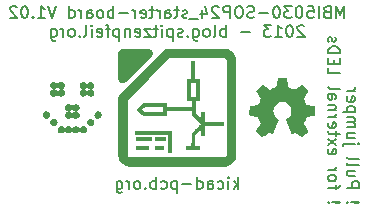
<source format=gbo>
G04 (created by PCBNEW (2013-02-09 BZR 3938)-testing) date Sat 09 Feb 2013 10:45:36 PM CET*
%MOIN*%
G04 Gerber Fmt 3.4, Leading zero omitted, Abs format*
%FSLAX34Y34*%
G01*
G70*
G90*
G04 APERTURE LIST*
%ADD10C,2.3622e-06*%
%ADD11C,0.00787402*%
%ADD12C,0.0001*%
%ADD13R,0.0649606X0.0649606*%
%ADD14C,0.0649606*%
G04 APERTURE END LIST*
G54D10*
G54D11*
X66689Y-48154D02*
X66670Y-48135D01*
X66651Y-48154D01*
X66670Y-48173D01*
X66689Y-48154D01*
X66651Y-48154D01*
X66801Y-48154D02*
X67026Y-48173D01*
X67045Y-48154D01*
X67026Y-48135D01*
X66801Y-48154D01*
X67045Y-48154D01*
X66651Y-47666D02*
X67045Y-47666D01*
X67045Y-47516D01*
X67026Y-47479D01*
X67007Y-47460D01*
X66970Y-47441D01*
X66914Y-47441D01*
X66876Y-47460D01*
X66857Y-47479D01*
X66839Y-47516D01*
X66839Y-47666D01*
X66914Y-47104D02*
X66651Y-47104D01*
X66914Y-47273D02*
X66707Y-47273D01*
X66670Y-47254D01*
X66651Y-47216D01*
X66651Y-47160D01*
X66670Y-47123D01*
X66689Y-47104D01*
X66651Y-46860D02*
X66670Y-46898D01*
X66707Y-46916D01*
X67045Y-46916D01*
X66651Y-46654D02*
X66670Y-46691D01*
X66707Y-46710D01*
X67045Y-46710D01*
X66914Y-46204D02*
X66576Y-46204D01*
X66539Y-46223D01*
X66520Y-46260D01*
X66520Y-46279D01*
X67045Y-46204D02*
X67026Y-46223D01*
X67007Y-46204D01*
X67026Y-46185D01*
X67045Y-46204D01*
X67007Y-46204D01*
X66914Y-45848D02*
X66651Y-45848D01*
X66914Y-46017D02*
X66707Y-46017D01*
X66670Y-45998D01*
X66651Y-45960D01*
X66651Y-45904D01*
X66670Y-45867D01*
X66689Y-45848D01*
X66651Y-45660D02*
X66914Y-45660D01*
X66876Y-45660D02*
X66895Y-45642D01*
X66914Y-45604D01*
X66914Y-45548D01*
X66895Y-45510D01*
X66857Y-45492D01*
X66651Y-45492D01*
X66857Y-45492D02*
X66895Y-45473D01*
X66914Y-45435D01*
X66914Y-45379D01*
X66895Y-45342D01*
X66857Y-45323D01*
X66651Y-45323D01*
X66914Y-45135D02*
X66520Y-45135D01*
X66895Y-45135D02*
X66914Y-45098D01*
X66914Y-45023D01*
X66895Y-44985D01*
X66876Y-44967D01*
X66839Y-44948D01*
X66726Y-44948D01*
X66689Y-44967D01*
X66670Y-44985D01*
X66651Y-45023D01*
X66651Y-45098D01*
X66670Y-45135D01*
X66670Y-44629D02*
X66651Y-44667D01*
X66651Y-44742D01*
X66670Y-44779D01*
X66707Y-44798D01*
X66857Y-44798D01*
X66895Y-44779D01*
X66914Y-44742D01*
X66914Y-44667D01*
X66895Y-44629D01*
X66857Y-44610D01*
X66820Y-44610D01*
X66782Y-44798D01*
X66651Y-44442D02*
X66914Y-44442D01*
X66839Y-44442D02*
X66876Y-44423D01*
X66895Y-44404D01*
X66914Y-44367D01*
X66914Y-44329D01*
X66059Y-48154D02*
X66040Y-48135D01*
X66021Y-48154D01*
X66040Y-48173D01*
X66059Y-48154D01*
X66021Y-48154D01*
X66171Y-48154D02*
X66396Y-48173D01*
X66415Y-48154D01*
X66396Y-48135D01*
X66171Y-48154D01*
X66415Y-48154D01*
X66284Y-47723D02*
X66284Y-47573D01*
X66021Y-47666D02*
X66359Y-47666D01*
X66396Y-47648D01*
X66415Y-47610D01*
X66415Y-47573D01*
X66021Y-47385D02*
X66040Y-47423D01*
X66059Y-47441D01*
X66096Y-47460D01*
X66209Y-47460D01*
X66246Y-47441D01*
X66265Y-47423D01*
X66284Y-47385D01*
X66284Y-47329D01*
X66265Y-47291D01*
X66246Y-47273D01*
X66209Y-47254D01*
X66096Y-47254D01*
X66059Y-47273D01*
X66040Y-47291D01*
X66021Y-47329D01*
X66021Y-47385D01*
X66021Y-47085D02*
X66284Y-47085D01*
X66209Y-47085D02*
X66246Y-47066D01*
X66265Y-47048D01*
X66284Y-47010D01*
X66284Y-46973D01*
X66040Y-46392D02*
X66021Y-46429D01*
X66021Y-46504D01*
X66040Y-46541D01*
X66077Y-46560D01*
X66227Y-46560D01*
X66265Y-46541D01*
X66284Y-46504D01*
X66284Y-46429D01*
X66265Y-46392D01*
X66227Y-46373D01*
X66190Y-46373D01*
X66152Y-46560D01*
X66021Y-46242D02*
X66284Y-46035D01*
X66284Y-46242D02*
X66021Y-46035D01*
X66284Y-45942D02*
X66284Y-45792D01*
X66415Y-45885D02*
X66077Y-45885D01*
X66040Y-45867D01*
X66021Y-45829D01*
X66021Y-45792D01*
X66040Y-45510D02*
X66021Y-45548D01*
X66021Y-45623D01*
X66040Y-45660D01*
X66077Y-45679D01*
X66227Y-45679D01*
X66265Y-45660D01*
X66284Y-45623D01*
X66284Y-45548D01*
X66265Y-45510D01*
X66227Y-45492D01*
X66190Y-45492D01*
X66152Y-45679D01*
X66021Y-45323D02*
X66284Y-45323D01*
X66209Y-45323D02*
X66246Y-45304D01*
X66265Y-45285D01*
X66284Y-45248D01*
X66284Y-45210D01*
X66284Y-45079D02*
X66021Y-45079D01*
X66246Y-45079D02*
X66265Y-45060D01*
X66284Y-45023D01*
X66284Y-44967D01*
X66265Y-44929D01*
X66227Y-44910D01*
X66021Y-44910D01*
X66021Y-44554D02*
X66227Y-44554D01*
X66265Y-44573D01*
X66284Y-44610D01*
X66284Y-44685D01*
X66265Y-44723D01*
X66040Y-44554D02*
X66021Y-44592D01*
X66021Y-44685D01*
X66040Y-44723D01*
X66077Y-44742D01*
X66115Y-44742D01*
X66152Y-44723D01*
X66171Y-44685D01*
X66171Y-44592D01*
X66190Y-44554D01*
X66021Y-44311D02*
X66040Y-44348D01*
X66077Y-44367D01*
X66415Y-44367D01*
X66021Y-43673D02*
X66021Y-43861D01*
X66415Y-43861D01*
X66227Y-43542D02*
X66227Y-43411D01*
X66021Y-43354D02*
X66021Y-43542D01*
X66415Y-43542D01*
X66415Y-43354D01*
X66021Y-43186D02*
X66415Y-43186D01*
X66415Y-43092D01*
X66396Y-43036D01*
X66359Y-42998D01*
X66321Y-42979D01*
X66246Y-42961D01*
X66190Y-42961D01*
X66115Y-42979D01*
X66077Y-42998D01*
X66040Y-43036D01*
X66021Y-43092D01*
X66021Y-43186D01*
X66040Y-42811D02*
X66021Y-42773D01*
X66021Y-42698D01*
X66040Y-42661D01*
X66077Y-42642D01*
X66096Y-42642D01*
X66134Y-42661D01*
X66152Y-42698D01*
X66152Y-42754D01*
X66171Y-42792D01*
X66209Y-42811D01*
X66227Y-42811D01*
X66265Y-42792D01*
X66284Y-42754D01*
X66284Y-42698D01*
X66265Y-42661D01*
X63024Y-47709D02*
X63024Y-47315D01*
X62987Y-47559D02*
X62874Y-47709D01*
X62874Y-47446D02*
X63024Y-47596D01*
X62706Y-47709D02*
X62706Y-47446D01*
X62706Y-47315D02*
X62724Y-47334D01*
X62706Y-47353D01*
X62687Y-47334D01*
X62706Y-47315D01*
X62706Y-47353D01*
X62349Y-47690D02*
X62387Y-47709D01*
X62462Y-47709D01*
X62499Y-47690D01*
X62518Y-47671D01*
X62537Y-47634D01*
X62537Y-47521D01*
X62518Y-47484D01*
X62499Y-47465D01*
X62462Y-47446D01*
X62387Y-47446D01*
X62349Y-47465D01*
X62012Y-47709D02*
X62012Y-47503D01*
X62031Y-47465D01*
X62068Y-47446D01*
X62143Y-47446D01*
X62181Y-47465D01*
X62012Y-47690D02*
X62049Y-47709D01*
X62143Y-47709D01*
X62181Y-47690D01*
X62199Y-47653D01*
X62199Y-47615D01*
X62181Y-47578D01*
X62143Y-47559D01*
X62049Y-47559D01*
X62012Y-47540D01*
X61656Y-47709D02*
X61656Y-47315D01*
X61656Y-47690D02*
X61693Y-47709D01*
X61768Y-47709D01*
X61806Y-47690D01*
X61824Y-47671D01*
X61843Y-47634D01*
X61843Y-47521D01*
X61824Y-47484D01*
X61806Y-47465D01*
X61768Y-47446D01*
X61693Y-47446D01*
X61656Y-47465D01*
X61468Y-47559D02*
X61168Y-47559D01*
X60981Y-47446D02*
X60981Y-47840D01*
X60981Y-47465D02*
X60943Y-47446D01*
X60868Y-47446D01*
X60831Y-47465D01*
X60812Y-47484D01*
X60793Y-47521D01*
X60793Y-47634D01*
X60812Y-47671D01*
X60831Y-47690D01*
X60868Y-47709D01*
X60943Y-47709D01*
X60981Y-47690D01*
X60456Y-47690D02*
X60493Y-47709D01*
X60568Y-47709D01*
X60606Y-47690D01*
X60625Y-47671D01*
X60643Y-47634D01*
X60643Y-47521D01*
X60625Y-47484D01*
X60606Y-47465D01*
X60568Y-47446D01*
X60493Y-47446D01*
X60456Y-47465D01*
X60287Y-47709D02*
X60287Y-47315D01*
X60287Y-47465D02*
X60250Y-47446D01*
X60175Y-47446D01*
X60137Y-47465D01*
X60118Y-47484D01*
X60100Y-47521D01*
X60100Y-47634D01*
X60118Y-47671D01*
X60137Y-47690D01*
X60175Y-47709D01*
X60250Y-47709D01*
X60287Y-47690D01*
X59931Y-47671D02*
X59912Y-47690D01*
X59931Y-47709D01*
X59950Y-47690D01*
X59931Y-47671D01*
X59931Y-47709D01*
X59687Y-47709D02*
X59725Y-47690D01*
X59743Y-47671D01*
X59762Y-47634D01*
X59762Y-47521D01*
X59743Y-47484D01*
X59725Y-47465D01*
X59687Y-47446D01*
X59631Y-47446D01*
X59593Y-47465D01*
X59575Y-47484D01*
X59556Y-47521D01*
X59556Y-47634D01*
X59575Y-47671D01*
X59593Y-47690D01*
X59631Y-47709D01*
X59687Y-47709D01*
X59387Y-47709D02*
X59387Y-47446D01*
X59387Y-47521D02*
X59368Y-47484D01*
X59350Y-47465D01*
X59312Y-47446D01*
X59275Y-47446D01*
X58975Y-47446D02*
X58975Y-47765D01*
X58994Y-47803D01*
X59012Y-47821D01*
X59050Y-47840D01*
X59106Y-47840D01*
X59143Y-47821D01*
X58975Y-47690D02*
X59012Y-47709D01*
X59087Y-47709D01*
X59125Y-47690D01*
X59143Y-47671D01*
X59162Y-47634D01*
X59162Y-47521D01*
X59143Y-47484D01*
X59125Y-47465D01*
X59087Y-47446D01*
X59012Y-47446D01*
X58975Y-47465D01*
X66558Y-42009D02*
X66558Y-41615D01*
X66427Y-41896D01*
X66296Y-41615D01*
X66296Y-42009D01*
X65977Y-41803D02*
X65921Y-41821D01*
X65902Y-41840D01*
X65883Y-41878D01*
X65883Y-41934D01*
X65902Y-41971D01*
X65921Y-41990D01*
X65958Y-42009D01*
X66108Y-42009D01*
X66108Y-41615D01*
X65977Y-41615D01*
X65940Y-41634D01*
X65921Y-41653D01*
X65902Y-41690D01*
X65902Y-41728D01*
X65921Y-41765D01*
X65940Y-41784D01*
X65977Y-41803D01*
X66108Y-41803D01*
X65715Y-42009D02*
X65715Y-41615D01*
X65340Y-41615D02*
X65527Y-41615D01*
X65546Y-41803D01*
X65527Y-41784D01*
X65490Y-41765D01*
X65396Y-41765D01*
X65358Y-41784D01*
X65340Y-41803D01*
X65321Y-41840D01*
X65321Y-41934D01*
X65340Y-41971D01*
X65358Y-41990D01*
X65396Y-42009D01*
X65490Y-42009D01*
X65527Y-41990D01*
X65546Y-41971D01*
X65077Y-41615D02*
X65040Y-41615D01*
X65002Y-41634D01*
X64983Y-41653D01*
X64965Y-41690D01*
X64946Y-41765D01*
X64946Y-41859D01*
X64965Y-41934D01*
X64983Y-41971D01*
X65002Y-41990D01*
X65040Y-42009D01*
X65077Y-42009D01*
X65115Y-41990D01*
X65133Y-41971D01*
X65152Y-41934D01*
X65171Y-41859D01*
X65171Y-41765D01*
X65152Y-41690D01*
X65133Y-41653D01*
X65115Y-41634D01*
X65077Y-41615D01*
X64815Y-41615D02*
X64571Y-41615D01*
X64702Y-41765D01*
X64646Y-41765D01*
X64608Y-41784D01*
X64590Y-41803D01*
X64571Y-41840D01*
X64571Y-41934D01*
X64590Y-41971D01*
X64608Y-41990D01*
X64646Y-42009D01*
X64758Y-42009D01*
X64796Y-41990D01*
X64815Y-41971D01*
X64327Y-41615D02*
X64290Y-41615D01*
X64252Y-41634D01*
X64233Y-41653D01*
X64215Y-41690D01*
X64196Y-41765D01*
X64196Y-41859D01*
X64215Y-41934D01*
X64233Y-41971D01*
X64252Y-41990D01*
X64290Y-42009D01*
X64327Y-42009D01*
X64365Y-41990D01*
X64383Y-41971D01*
X64402Y-41934D01*
X64421Y-41859D01*
X64421Y-41765D01*
X64402Y-41690D01*
X64383Y-41653D01*
X64365Y-41634D01*
X64327Y-41615D01*
X64027Y-41859D02*
X63727Y-41859D01*
X63559Y-41990D02*
X63502Y-42009D01*
X63409Y-42009D01*
X63371Y-41990D01*
X63352Y-41971D01*
X63334Y-41934D01*
X63334Y-41896D01*
X63352Y-41859D01*
X63371Y-41840D01*
X63409Y-41821D01*
X63484Y-41803D01*
X63521Y-41784D01*
X63540Y-41765D01*
X63559Y-41728D01*
X63559Y-41690D01*
X63540Y-41653D01*
X63521Y-41634D01*
X63484Y-41615D01*
X63390Y-41615D01*
X63334Y-41634D01*
X63090Y-41615D02*
X63015Y-41615D01*
X62977Y-41634D01*
X62940Y-41671D01*
X62921Y-41746D01*
X62921Y-41878D01*
X62940Y-41953D01*
X62977Y-41990D01*
X63015Y-42009D01*
X63090Y-42009D01*
X63127Y-41990D01*
X63165Y-41953D01*
X63184Y-41878D01*
X63184Y-41746D01*
X63165Y-41671D01*
X63127Y-41634D01*
X63090Y-41615D01*
X62752Y-42009D02*
X62752Y-41615D01*
X62602Y-41615D01*
X62565Y-41634D01*
X62546Y-41653D01*
X62527Y-41690D01*
X62527Y-41746D01*
X62546Y-41784D01*
X62565Y-41803D01*
X62602Y-41821D01*
X62752Y-41821D01*
X62377Y-41653D02*
X62359Y-41634D01*
X62321Y-41615D01*
X62227Y-41615D01*
X62190Y-41634D01*
X62171Y-41653D01*
X62152Y-41690D01*
X62152Y-41728D01*
X62171Y-41784D01*
X62396Y-42009D01*
X62152Y-42009D01*
X61815Y-41746D02*
X61815Y-42009D01*
X61909Y-41596D02*
X62003Y-41878D01*
X61759Y-41878D01*
X61703Y-42046D02*
X61403Y-42046D01*
X61328Y-41990D02*
X61290Y-42009D01*
X61215Y-42009D01*
X61178Y-41990D01*
X61159Y-41953D01*
X61159Y-41934D01*
X61178Y-41896D01*
X61215Y-41878D01*
X61271Y-41878D01*
X61309Y-41859D01*
X61328Y-41821D01*
X61328Y-41803D01*
X61309Y-41765D01*
X61271Y-41746D01*
X61215Y-41746D01*
X61178Y-41765D01*
X61046Y-41746D02*
X60896Y-41746D01*
X60990Y-41615D02*
X60990Y-41953D01*
X60971Y-41990D01*
X60934Y-42009D01*
X60896Y-42009D01*
X60596Y-42009D02*
X60596Y-41803D01*
X60615Y-41765D01*
X60653Y-41746D01*
X60728Y-41746D01*
X60765Y-41765D01*
X60596Y-41990D02*
X60634Y-42009D01*
X60728Y-42009D01*
X60765Y-41990D01*
X60784Y-41953D01*
X60784Y-41915D01*
X60765Y-41878D01*
X60728Y-41859D01*
X60634Y-41859D01*
X60596Y-41840D01*
X60409Y-42009D02*
X60409Y-41746D01*
X60409Y-41821D02*
X60390Y-41784D01*
X60371Y-41765D01*
X60334Y-41746D01*
X60296Y-41746D01*
X60221Y-41746D02*
X60071Y-41746D01*
X60165Y-41615D02*
X60165Y-41953D01*
X60146Y-41990D01*
X60109Y-42009D01*
X60071Y-42009D01*
X59790Y-41990D02*
X59828Y-42009D01*
X59903Y-42009D01*
X59940Y-41990D01*
X59959Y-41953D01*
X59959Y-41803D01*
X59940Y-41765D01*
X59903Y-41746D01*
X59828Y-41746D01*
X59790Y-41765D01*
X59772Y-41803D01*
X59772Y-41840D01*
X59959Y-41878D01*
X59603Y-42009D02*
X59603Y-41746D01*
X59603Y-41821D02*
X59584Y-41784D01*
X59565Y-41765D01*
X59528Y-41746D01*
X59490Y-41746D01*
X59359Y-41859D02*
X59059Y-41859D01*
X58872Y-42009D02*
X58872Y-41615D01*
X58872Y-41765D02*
X58834Y-41746D01*
X58759Y-41746D01*
X58722Y-41765D01*
X58703Y-41784D01*
X58684Y-41821D01*
X58684Y-41934D01*
X58703Y-41971D01*
X58722Y-41990D01*
X58759Y-42009D01*
X58834Y-42009D01*
X58872Y-41990D01*
X58459Y-42009D02*
X58497Y-41990D01*
X58515Y-41971D01*
X58534Y-41934D01*
X58534Y-41821D01*
X58515Y-41784D01*
X58497Y-41765D01*
X58459Y-41746D01*
X58403Y-41746D01*
X58365Y-41765D01*
X58347Y-41784D01*
X58328Y-41821D01*
X58328Y-41934D01*
X58347Y-41971D01*
X58365Y-41990D01*
X58403Y-42009D01*
X58459Y-42009D01*
X57991Y-42009D02*
X57991Y-41803D01*
X58009Y-41765D01*
X58047Y-41746D01*
X58122Y-41746D01*
X58159Y-41765D01*
X57991Y-41990D02*
X58028Y-42009D01*
X58122Y-42009D01*
X58159Y-41990D01*
X58178Y-41953D01*
X58178Y-41915D01*
X58159Y-41878D01*
X58122Y-41859D01*
X58028Y-41859D01*
X57991Y-41840D01*
X57803Y-42009D02*
X57803Y-41746D01*
X57803Y-41821D02*
X57784Y-41784D01*
X57766Y-41765D01*
X57728Y-41746D01*
X57691Y-41746D01*
X57391Y-42009D02*
X57391Y-41615D01*
X57391Y-41990D02*
X57428Y-42009D01*
X57503Y-42009D01*
X57541Y-41990D01*
X57559Y-41971D01*
X57578Y-41934D01*
X57578Y-41821D01*
X57559Y-41784D01*
X57541Y-41765D01*
X57503Y-41746D01*
X57428Y-41746D01*
X57391Y-41765D01*
X56959Y-41615D02*
X56828Y-42009D01*
X56697Y-41615D01*
X56359Y-42009D02*
X56584Y-42009D01*
X56472Y-42009D02*
X56472Y-41615D01*
X56509Y-41671D01*
X56547Y-41709D01*
X56584Y-41728D01*
X56191Y-41971D02*
X56172Y-41990D01*
X56191Y-42009D01*
X56209Y-41990D01*
X56191Y-41971D01*
X56191Y-42009D01*
X55928Y-41615D02*
X55891Y-41615D01*
X55853Y-41634D01*
X55835Y-41653D01*
X55816Y-41690D01*
X55797Y-41765D01*
X55797Y-41859D01*
X55816Y-41934D01*
X55835Y-41971D01*
X55853Y-41990D01*
X55891Y-42009D01*
X55928Y-42009D01*
X55966Y-41990D01*
X55985Y-41971D01*
X56003Y-41934D01*
X56022Y-41859D01*
X56022Y-41765D01*
X56003Y-41690D01*
X55985Y-41653D01*
X55966Y-41634D01*
X55928Y-41615D01*
X55647Y-41653D02*
X55628Y-41634D01*
X55591Y-41615D01*
X55497Y-41615D01*
X55460Y-41634D01*
X55441Y-41653D01*
X55422Y-41690D01*
X55422Y-41728D01*
X55441Y-41784D01*
X55666Y-42009D01*
X55422Y-42009D01*
X65227Y-42283D02*
X65208Y-42264D01*
X65171Y-42245D01*
X65077Y-42245D01*
X65040Y-42264D01*
X65021Y-42283D01*
X65002Y-42320D01*
X65002Y-42358D01*
X65021Y-42414D01*
X65246Y-42639D01*
X65002Y-42639D01*
X64758Y-42245D02*
X64721Y-42245D01*
X64683Y-42264D01*
X64665Y-42283D01*
X64646Y-42320D01*
X64627Y-42395D01*
X64627Y-42489D01*
X64646Y-42564D01*
X64665Y-42601D01*
X64683Y-42620D01*
X64721Y-42639D01*
X64758Y-42639D01*
X64796Y-42620D01*
X64815Y-42601D01*
X64833Y-42564D01*
X64852Y-42489D01*
X64852Y-42395D01*
X64833Y-42320D01*
X64815Y-42283D01*
X64796Y-42264D01*
X64758Y-42245D01*
X64252Y-42639D02*
X64477Y-42639D01*
X64365Y-42639D02*
X64365Y-42245D01*
X64402Y-42301D01*
X64440Y-42339D01*
X64477Y-42358D01*
X64121Y-42245D02*
X63877Y-42245D01*
X64008Y-42395D01*
X63952Y-42395D01*
X63915Y-42414D01*
X63896Y-42433D01*
X63877Y-42470D01*
X63877Y-42564D01*
X63896Y-42601D01*
X63915Y-42620D01*
X63952Y-42639D01*
X64065Y-42639D01*
X64102Y-42620D01*
X64121Y-42601D01*
X63409Y-42489D02*
X63109Y-42489D01*
X62621Y-42639D02*
X62621Y-42245D01*
X62621Y-42395D02*
X62584Y-42376D01*
X62509Y-42376D01*
X62471Y-42395D01*
X62452Y-42414D01*
X62434Y-42451D01*
X62434Y-42564D01*
X62452Y-42601D01*
X62471Y-42620D01*
X62509Y-42639D01*
X62584Y-42639D01*
X62621Y-42620D01*
X62209Y-42639D02*
X62246Y-42620D01*
X62265Y-42583D01*
X62265Y-42245D01*
X62002Y-42639D02*
X62040Y-42620D01*
X62059Y-42601D01*
X62077Y-42564D01*
X62077Y-42451D01*
X62059Y-42414D01*
X62040Y-42395D01*
X62002Y-42376D01*
X61946Y-42376D01*
X61909Y-42395D01*
X61890Y-42414D01*
X61871Y-42451D01*
X61871Y-42564D01*
X61890Y-42601D01*
X61909Y-42620D01*
X61946Y-42639D01*
X62002Y-42639D01*
X61534Y-42376D02*
X61534Y-42695D01*
X61553Y-42733D01*
X61571Y-42751D01*
X61609Y-42770D01*
X61665Y-42770D01*
X61703Y-42751D01*
X61534Y-42620D02*
X61571Y-42639D01*
X61646Y-42639D01*
X61684Y-42620D01*
X61703Y-42601D01*
X61721Y-42564D01*
X61721Y-42451D01*
X61703Y-42414D01*
X61684Y-42395D01*
X61646Y-42376D01*
X61571Y-42376D01*
X61534Y-42395D01*
X61346Y-42601D02*
X61328Y-42620D01*
X61346Y-42639D01*
X61365Y-42620D01*
X61346Y-42601D01*
X61346Y-42639D01*
X61178Y-42620D02*
X61140Y-42639D01*
X61065Y-42639D01*
X61028Y-42620D01*
X61009Y-42583D01*
X61009Y-42564D01*
X61028Y-42526D01*
X61065Y-42508D01*
X61121Y-42508D01*
X61159Y-42489D01*
X61178Y-42451D01*
X61178Y-42433D01*
X61159Y-42395D01*
X61121Y-42376D01*
X61065Y-42376D01*
X61028Y-42395D01*
X60840Y-42376D02*
X60840Y-42770D01*
X60840Y-42395D02*
X60803Y-42376D01*
X60728Y-42376D01*
X60690Y-42395D01*
X60671Y-42414D01*
X60653Y-42451D01*
X60653Y-42564D01*
X60671Y-42601D01*
X60690Y-42620D01*
X60728Y-42639D01*
X60803Y-42639D01*
X60840Y-42620D01*
X60484Y-42639D02*
X60484Y-42376D01*
X60484Y-42245D02*
X60503Y-42264D01*
X60484Y-42283D01*
X60465Y-42264D01*
X60484Y-42245D01*
X60484Y-42283D01*
X60353Y-42376D02*
X60203Y-42376D01*
X60296Y-42245D02*
X60296Y-42583D01*
X60278Y-42620D01*
X60240Y-42639D01*
X60203Y-42639D01*
X60109Y-42376D02*
X59903Y-42376D01*
X60109Y-42639D01*
X59903Y-42639D01*
X59603Y-42620D02*
X59640Y-42639D01*
X59715Y-42639D01*
X59753Y-42620D01*
X59772Y-42583D01*
X59772Y-42433D01*
X59753Y-42395D01*
X59715Y-42376D01*
X59640Y-42376D01*
X59603Y-42395D01*
X59584Y-42433D01*
X59584Y-42470D01*
X59772Y-42508D01*
X59415Y-42376D02*
X59415Y-42639D01*
X59415Y-42414D02*
X59397Y-42395D01*
X59359Y-42376D01*
X59303Y-42376D01*
X59265Y-42395D01*
X59247Y-42433D01*
X59247Y-42639D01*
X59059Y-42376D02*
X59059Y-42770D01*
X59059Y-42395D02*
X59022Y-42376D01*
X58947Y-42376D01*
X58909Y-42395D01*
X58890Y-42414D01*
X58872Y-42451D01*
X58872Y-42564D01*
X58890Y-42601D01*
X58909Y-42620D01*
X58947Y-42639D01*
X59022Y-42639D01*
X59059Y-42620D01*
X58759Y-42376D02*
X58609Y-42376D01*
X58703Y-42639D02*
X58703Y-42301D01*
X58684Y-42264D01*
X58647Y-42245D01*
X58609Y-42245D01*
X58328Y-42620D02*
X58365Y-42639D01*
X58440Y-42639D01*
X58478Y-42620D01*
X58497Y-42583D01*
X58497Y-42433D01*
X58478Y-42395D01*
X58440Y-42376D01*
X58365Y-42376D01*
X58328Y-42395D01*
X58309Y-42433D01*
X58309Y-42470D01*
X58497Y-42508D01*
X58140Y-42639D02*
X58140Y-42376D01*
X58140Y-42245D02*
X58159Y-42264D01*
X58140Y-42283D01*
X58122Y-42264D01*
X58140Y-42245D01*
X58140Y-42283D01*
X57897Y-42639D02*
X57934Y-42620D01*
X57953Y-42583D01*
X57953Y-42245D01*
X57747Y-42601D02*
X57728Y-42620D01*
X57747Y-42639D01*
X57766Y-42620D01*
X57747Y-42601D01*
X57747Y-42639D01*
X57503Y-42639D02*
X57541Y-42620D01*
X57559Y-42601D01*
X57578Y-42564D01*
X57578Y-42451D01*
X57559Y-42414D01*
X57541Y-42395D01*
X57503Y-42376D01*
X57447Y-42376D01*
X57409Y-42395D01*
X57391Y-42414D01*
X57372Y-42451D01*
X57372Y-42564D01*
X57391Y-42601D01*
X57409Y-42620D01*
X57447Y-42639D01*
X57503Y-42639D01*
X57203Y-42639D02*
X57203Y-42376D01*
X57203Y-42451D02*
X57184Y-42414D01*
X57166Y-42395D01*
X57128Y-42376D01*
X57091Y-42376D01*
X56791Y-42376D02*
X56791Y-42695D01*
X56809Y-42733D01*
X56828Y-42751D01*
X56866Y-42770D01*
X56922Y-42770D01*
X56959Y-42751D01*
X56791Y-42620D02*
X56828Y-42639D01*
X56903Y-42639D01*
X56941Y-42620D01*
X56959Y-42601D01*
X56978Y-42564D01*
X56978Y-42451D01*
X56959Y-42414D01*
X56941Y-42395D01*
X56903Y-42376D01*
X56828Y-42376D01*
X56791Y-42395D01*
G54D12*
G36*
X59033Y-46626D02*
X59046Y-46668D01*
X59069Y-46732D01*
X59101Y-46790D01*
X59141Y-46840D01*
X59189Y-46883D01*
X59244Y-46919D01*
X59306Y-46946D01*
X59329Y-46954D01*
X59345Y-46959D01*
X59345Y-45658D01*
X59345Y-44737D01*
X60041Y-44041D01*
X60737Y-43345D01*
X61658Y-43345D01*
X61777Y-43345D01*
X61886Y-43345D01*
X61985Y-43345D01*
X62074Y-43345D01*
X62155Y-43345D01*
X62227Y-43345D01*
X62291Y-43346D01*
X62348Y-43346D01*
X62397Y-43346D01*
X62440Y-43346D01*
X62477Y-43347D01*
X62508Y-43347D01*
X62533Y-43348D01*
X62554Y-43348D01*
X62570Y-43349D01*
X62582Y-43350D01*
X62591Y-43351D01*
X62596Y-43351D01*
X62598Y-43352D01*
X62619Y-43365D01*
X62638Y-43385D01*
X62649Y-43405D01*
X62650Y-43412D01*
X62651Y-43429D01*
X62651Y-43455D01*
X62652Y-43491D01*
X62652Y-43535D01*
X62652Y-43588D01*
X62653Y-43647D01*
X62653Y-43715D01*
X62654Y-43788D01*
X62654Y-43868D01*
X62654Y-43953D01*
X62654Y-44044D01*
X62655Y-44139D01*
X62655Y-44238D01*
X62655Y-44340D01*
X62655Y-44446D01*
X62655Y-44554D01*
X62655Y-44664D01*
X62656Y-44776D01*
X62656Y-44888D01*
X62656Y-45001D01*
X62656Y-45114D01*
X62656Y-45226D01*
X62655Y-45338D01*
X62655Y-45448D01*
X62655Y-45556D01*
X62655Y-45662D01*
X62655Y-45764D01*
X62655Y-45863D01*
X62654Y-45958D01*
X62654Y-46048D01*
X62654Y-46134D01*
X62654Y-46213D01*
X62653Y-46287D01*
X62653Y-46354D01*
X62652Y-46414D01*
X62652Y-46466D01*
X62652Y-46510D01*
X62651Y-46545D01*
X62651Y-46572D01*
X62650Y-46588D01*
X62649Y-46595D01*
X62638Y-46615D01*
X62619Y-46634D01*
X62599Y-46648D01*
X62596Y-46648D01*
X62590Y-46649D01*
X62581Y-46650D01*
X62568Y-46650D01*
X62551Y-46651D01*
X62529Y-46651D01*
X62503Y-46652D01*
X62472Y-46652D01*
X62435Y-46652D01*
X62393Y-46653D01*
X62345Y-46653D01*
X62291Y-46653D01*
X62230Y-46654D01*
X62162Y-46654D01*
X62086Y-46654D01*
X62004Y-46654D01*
X61913Y-46654D01*
X61814Y-46655D01*
X61706Y-46655D01*
X61589Y-46655D01*
X61463Y-46655D01*
X61327Y-46655D01*
X61182Y-46655D01*
X61026Y-46655D01*
X61001Y-46655D01*
X60831Y-46655D01*
X60670Y-46655D01*
X60519Y-46655D01*
X60379Y-46655D01*
X60248Y-46655D01*
X60128Y-46655D01*
X60017Y-46654D01*
X59916Y-46654D01*
X59825Y-46654D01*
X59743Y-46654D01*
X59670Y-46653D01*
X59607Y-46653D01*
X59552Y-46652D01*
X59506Y-46652D01*
X59469Y-46652D01*
X59441Y-46651D01*
X59420Y-46651D01*
X59409Y-46650D01*
X59405Y-46649D01*
X59384Y-46637D01*
X59365Y-46618D01*
X59352Y-46598D01*
X59351Y-46595D01*
X59350Y-46588D01*
X59350Y-46578D01*
X59349Y-46565D01*
X59348Y-46547D01*
X59348Y-46525D01*
X59347Y-46498D01*
X59347Y-46465D01*
X59346Y-46426D01*
X59346Y-46381D01*
X59346Y-46329D01*
X59345Y-46270D01*
X59345Y-46203D01*
X59345Y-46128D01*
X59345Y-46044D01*
X59345Y-45952D01*
X59345Y-45850D01*
X59345Y-45738D01*
X59345Y-45658D01*
X59345Y-46959D01*
X59369Y-46966D01*
X60977Y-46967D01*
X61106Y-46967D01*
X61234Y-46967D01*
X61359Y-46967D01*
X61480Y-46967D01*
X61598Y-46967D01*
X61711Y-46967D01*
X61820Y-46967D01*
X61924Y-46967D01*
X62022Y-46967D01*
X62114Y-46966D01*
X62200Y-46966D01*
X62279Y-46966D01*
X62350Y-46966D01*
X62414Y-46966D01*
X62470Y-46966D01*
X62518Y-46965D01*
X62557Y-46965D01*
X62586Y-46965D01*
X62605Y-46964D01*
X62615Y-46964D01*
X62615Y-46964D01*
X62678Y-46951D01*
X62737Y-46929D01*
X62790Y-46898D01*
X62839Y-46859D01*
X62881Y-46813D01*
X62916Y-46760D01*
X62944Y-46701D01*
X62954Y-46668D01*
X62967Y-46626D01*
X62967Y-45000D01*
X62967Y-43374D01*
X62954Y-43332D01*
X62945Y-43305D01*
X62934Y-43276D01*
X62923Y-43252D01*
X62889Y-43196D01*
X62847Y-43148D01*
X62798Y-43107D01*
X62742Y-43074D01*
X62680Y-43049D01*
X62668Y-43046D01*
X62626Y-43033D01*
X61630Y-43033D01*
X60636Y-43033D01*
X60609Y-43046D01*
X60605Y-43048D01*
X60599Y-43053D01*
X60590Y-43060D01*
X60579Y-43070D01*
X60565Y-43083D01*
X60547Y-43099D01*
X60526Y-43119D01*
X60502Y-43143D01*
X60473Y-43171D01*
X60440Y-43203D01*
X60402Y-43240D01*
X60359Y-43283D01*
X60312Y-43330D01*
X60258Y-43383D01*
X60199Y-43442D01*
X60133Y-43507D01*
X60061Y-43579D01*
X59983Y-43657D01*
X59898Y-43743D01*
X59822Y-43818D01*
X59732Y-43909D01*
X59648Y-43992D01*
X59571Y-44069D01*
X59501Y-44139D01*
X59437Y-44203D01*
X59380Y-44261D01*
X59328Y-44313D01*
X59282Y-44360D01*
X59240Y-44401D01*
X59204Y-44438D01*
X59173Y-44470D01*
X59145Y-44498D01*
X59122Y-44522D01*
X59103Y-44543D01*
X59087Y-44560D01*
X59074Y-44574D01*
X59064Y-44585D01*
X59057Y-44594D01*
X59052Y-44601D01*
X59048Y-44606D01*
X59048Y-44606D01*
X59033Y-44636D01*
X59033Y-45630D01*
X59033Y-46626D01*
X59033Y-46626D01*
X59033Y-46626D01*
G37*
G36*
X59031Y-43865D02*
X59032Y-43912D01*
X59032Y-43951D01*
X59033Y-43984D01*
X59034Y-44012D01*
X59035Y-44034D01*
X59037Y-44052D01*
X59039Y-44067D01*
X59041Y-44078D01*
X59045Y-44088D01*
X59048Y-44096D01*
X59052Y-44104D01*
X59057Y-44111D01*
X59061Y-44117D01*
X59085Y-44144D01*
X59115Y-44164D01*
X59151Y-44178D01*
X59188Y-44182D01*
X59212Y-44181D01*
X59233Y-44176D01*
X59253Y-44170D01*
X59257Y-44168D01*
X59263Y-44164D01*
X59273Y-44155D01*
X59289Y-44142D01*
X59309Y-44123D01*
X59335Y-44099D01*
X59366Y-44068D01*
X59403Y-44032D01*
X59446Y-43990D01*
X59496Y-43941D01*
X59552Y-43885D01*
X59615Y-43823D01*
X59685Y-43753D01*
X59711Y-43726D01*
X59768Y-43670D01*
X59823Y-43615D01*
X59876Y-43562D01*
X59925Y-43512D01*
X59971Y-43466D01*
X60013Y-43423D01*
X60051Y-43385D01*
X60084Y-43351D01*
X60111Y-43323D01*
X60133Y-43300D01*
X60148Y-43284D01*
X60157Y-43275D01*
X60158Y-43273D01*
X60173Y-43240D01*
X60181Y-43204D01*
X60180Y-43166D01*
X60172Y-43129D01*
X60167Y-43119D01*
X60151Y-43094D01*
X60127Y-43070D01*
X60100Y-43050D01*
X60091Y-43045D01*
X60066Y-43033D01*
X59625Y-43032D01*
X59545Y-43032D01*
X59474Y-43031D01*
X59413Y-43031D01*
X59360Y-43031D01*
X59316Y-43031D01*
X59278Y-43032D01*
X59247Y-43032D01*
X59221Y-43033D01*
X59201Y-43033D01*
X59184Y-43034D01*
X59172Y-43035D01*
X59162Y-43037D01*
X59155Y-43038D01*
X59153Y-43038D01*
X59116Y-43051D01*
X59087Y-43071D01*
X59062Y-43098D01*
X59044Y-43129D01*
X59042Y-43133D01*
X59041Y-43138D01*
X59039Y-43144D01*
X59038Y-43151D01*
X59037Y-43162D01*
X59036Y-43175D01*
X59035Y-43193D01*
X59034Y-43215D01*
X59034Y-43243D01*
X59034Y-43277D01*
X59033Y-43318D01*
X59033Y-43366D01*
X59033Y-43423D01*
X59032Y-43489D01*
X59032Y-43564D01*
X59032Y-43594D01*
X59032Y-43676D01*
X59031Y-43748D01*
X59031Y-43811D01*
X59031Y-43865D01*
X59031Y-43865D01*
X59031Y-43865D01*
G37*
G36*
X59584Y-45915D02*
X60697Y-45915D01*
X60697Y-46522D01*
X60825Y-46522D01*
X60825Y-45787D01*
X59584Y-45787D01*
X59584Y-45915D01*
X59584Y-45915D01*
X59584Y-45915D01*
G37*
G36*
X59622Y-46421D02*
X60058Y-46421D01*
X60058Y-46293D01*
X59622Y-46293D01*
X59622Y-46421D01*
X59622Y-46421D01*
X59622Y-46421D01*
G37*
G36*
X59640Y-45060D02*
X59644Y-45065D01*
X59655Y-45076D01*
X59672Y-45093D01*
X59694Y-45113D01*
X59721Y-45137D01*
X59750Y-45163D01*
X59760Y-45172D01*
X59832Y-45234D01*
X59832Y-45058D01*
X59836Y-45054D01*
X59846Y-45043D01*
X59861Y-45029D01*
X59879Y-45011D01*
X59883Y-45009D01*
X59933Y-44963D01*
X60225Y-44963D01*
X60516Y-44963D01*
X60516Y-45055D01*
X60516Y-45149D01*
X60224Y-45149D01*
X59931Y-45149D01*
X59881Y-45105D01*
X59863Y-45088D01*
X59847Y-45074D01*
X59836Y-45063D01*
X59832Y-45058D01*
X59832Y-45058D01*
X59832Y-45234D01*
X59880Y-45276D01*
X60262Y-45276D01*
X60644Y-45276D01*
X60644Y-45196D01*
X60644Y-45117D01*
X61063Y-45117D01*
X61484Y-45117D01*
X61484Y-45173D01*
X61484Y-45199D01*
X61485Y-45217D01*
X61488Y-45230D01*
X61491Y-45239D01*
X61495Y-45245D01*
X61501Y-45253D01*
X61514Y-45267D01*
X61533Y-45286D01*
X61556Y-45311D01*
X61582Y-45339D01*
X61612Y-45370D01*
X61641Y-45400D01*
X61776Y-45539D01*
X61754Y-45564D01*
X61745Y-45573D01*
X61730Y-45590D01*
X61709Y-45612D01*
X61684Y-45638D01*
X61656Y-45667D01*
X61626Y-45699D01*
X61606Y-45720D01*
X61577Y-45752D01*
X61549Y-45781D01*
X61525Y-45808D01*
X61505Y-45830D01*
X61490Y-45848D01*
X61480Y-45859D01*
X61478Y-45863D01*
X61477Y-45871D01*
X61476Y-45888D01*
X61476Y-45914D01*
X61475Y-45946D01*
X61474Y-45984D01*
X61474Y-46027D01*
X61474Y-46073D01*
X61474Y-46082D01*
X61473Y-46288D01*
X61388Y-46288D01*
X61303Y-46288D01*
X61303Y-46352D01*
X61303Y-46416D01*
X61527Y-46416D01*
X61750Y-46416D01*
X61750Y-46352D01*
X61750Y-46288D01*
X61676Y-46288D01*
X61601Y-46288D01*
X61601Y-46100D01*
X61602Y-45913D01*
X61701Y-45808D01*
X61801Y-45703D01*
X61802Y-45817D01*
X61804Y-45931D01*
X61867Y-45931D01*
X61931Y-45931D01*
X61931Y-45766D01*
X61931Y-45601D01*
X62237Y-45601D01*
X62543Y-45601D01*
X62543Y-45537D01*
X62543Y-45473D01*
X62237Y-45473D01*
X61931Y-45473D01*
X61931Y-45316D01*
X61931Y-45159D01*
X61867Y-45159D01*
X61803Y-45159D01*
X61803Y-45270D01*
X61803Y-45380D01*
X61707Y-45282D01*
X61612Y-45183D01*
X61612Y-44978D01*
X61612Y-44772D01*
X61686Y-44772D01*
X61761Y-44772D01*
X61761Y-44404D01*
X61761Y-44037D01*
X61681Y-44037D01*
X61601Y-44037D01*
X61601Y-43739D01*
X61601Y-43441D01*
X61537Y-43441D01*
X61473Y-43441D01*
X61473Y-43739D01*
X61473Y-44037D01*
X61394Y-44037D01*
X61314Y-44037D01*
X61314Y-44404D01*
X61314Y-44772D01*
X61399Y-44772D01*
X61441Y-44772D01*
X61441Y-44644D01*
X61441Y-44404D01*
X61441Y-44165D01*
X61537Y-44165D01*
X61633Y-44165D01*
X61633Y-44404D01*
X61633Y-44644D01*
X61537Y-44644D01*
X61441Y-44644D01*
X61441Y-44772D01*
X61484Y-44772D01*
X61484Y-44881D01*
X61484Y-44990D01*
X61063Y-44990D01*
X60644Y-44990D01*
X60644Y-44913D01*
X60644Y-44836D01*
X60262Y-44836D01*
X59880Y-44836D01*
X59760Y-44945D01*
X59730Y-44973D01*
X59703Y-44998D01*
X59680Y-45019D01*
X59661Y-45038D01*
X59648Y-45051D01*
X59641Y-45059D01*
X59640Y-45060D01*
X59640Y-45060D01*
X59640Y-45060D01*
G37*
G36*
X60245Y-46416D02*
X60569Y-46416D01*
X60569Y-46288D01*
X60245Y-46288D01*
X60245Y-46416D01*
X60245Y-46416D01*
X60245Y-46416D01*
G37*
G36*
X60245Y-46112D02*
X60612Y-46112D01*
X60612Y-45984D01*
X60245Y-45984D01*
X60245Y-46112D01*
X60245Y-46112D01*
X60245Y-46112D01*
G37*
G36*
X59622Y-46112D02*
X60143Y-46112D01*
X60143Y-45984D01*
X59622Y-45984D01*
X59622Y-46112D01*
X59622Y-46112D01*
X59622Y-46112D01*
G37*
G36*
X57871Y-45861D02*
X57896Y-45858D01*
X57919Y-45850D01*
X57929Y-45845D01*
X57950Y-45830D01*
X57967Y-45812D01*
X57979Y-45791D01*
X57988Y-45769D01*
X57992Y-45745D01*
X57991Y-45721D01*
X57985Y-45697D01*
X57974Y-45673D01*
X57967Y-45664D01*
X57956Y-45652D01*
X57945Y-45642D01*
X57935Y-45634D01*
X57931Y-45632D01*
X57910Y-45622D01*
X57888Y-45616D01*
X57863Y-45615D01*
X57855Y-45616D01*
X57842Y-45618D01*
X57830Y-45621D01*
X57817Y-45626D01*
X57803Y-45634D01*
X57783Y-45650D01*
X57766Y-45670D01*
X57754Y-45692D01*
X57751Y-45703D01*
X57747Y-45715D01*
X57746Y-45724D01*
X57746Y-45726D01*
X57746Y-45726D01*
X57745Y-45721D01*
X57745Y-45720D01*
X57741Y-45704D01*
X57735Y-45688D01*
X57728Y-45674D01*
X57714Y-45656D01*
X57695Y-45638D01*
X57673Y-45626D01*
X57649Y-45618D01*
X57623Y-45615D01*
X57617Y-45615D01*
X57597Y-45617D01*
X57579Y-45623D01*
X57575Y-45624D01*
X57554Y-45636D01*
X57536Y-45651D01*
X57520Y-45670D01*
X57509Y-45690D01*
X57502Y-45712D01*
X57502Y-45713D01*
X57501Y-45719D01*
X57500Y-45722D01*
X57500Y-45722D01*
X57499Y-45718D01*
X57498Y-45712D01*
X57497Y-45710D01*
X57490Y-45688D01*
X57478Y-45668D01*
X57462Y-45649D01*
X57448Y-45637D01*
X57426Y-45625D01*
X57403Y-45617D01*
X57377Y-45615D01*
X57358Y-45616D01*
X57334Y-45623D01*
X57311Y-45634D01*
X57292Y-45649D01*
X57276Y-45669D01*
X57274Y-45672D01*
X57268Y-45681D01*
X57264Y-45689D01*
X57262Y-45694D01*
X57259Y-45705D01*
X57256Y-45716D01*
X57255Y-45724D01*
X57255Y-45725D01*
X57254Y-45726D01*
X57253Y-45720D01*
X57251Y-45707D01*
X57245Y-45690D01*
X57237Y-45675D01*
X57223Y-45655D01*
X57204Y-45638D01*
X57182Y-45626D01*
X57158Y-45618D01*
X57132Y-45615D01*
X57109Y-45617D01*
X57085Y-45624D01*
X57063Y-45635D01*
X57043Y-45652D01*
X57034Y-45663D01*
X57024Y-45677D01*
X57017Y-45692D01*
X57013Y-45705D01*
X57008Y-45730D01*
X57009Y-45754D01*
X57015Y-45777D01*
X57024Y-45798D01*
X57038Y-45818D01*
X57055Y-45834D01*
X57074Y-45847D01*
X57097Y-45856D01*
X57122Y-45860D01*
X57124Y-45860D01*
X57149Y-45860D01*
X57173Y-45854D01*
X57195Y-45843D01*
X57203Y-45838D01*
X57220Y-45823D01*
X57234Y-45806D01*
X57244Y-45787D01*
X57247Y-45780D01*
X57250Y-45770D01*
X57253Y-45759D01*
X57254Y-45751D01*
X57254Y-45746D01*
X57255Y-45751D01*
X57255Y-45755D01*
X57258Y-45766D01*
X57261Y-45778D01*
X57265Y-45788D01*
X57271Y-45800D01*
X57286Y-45820D01*
X57305Y-45837D01*
X57327Y-45850D01*
X57351Y-45858D01*
X57355Y-45859D01*
X57372Y-45861D01*
X57390Y-45860D01*
X57406Y-45858D01*
X57422Y-45852D01*
X57445Y-45841D01*
X57466Y-45824D01*
X57467Y-45822D01*
X57481Y-45805D01*
X57492Y-45784D01*
X57498Y-45763D01*
X57498Y-45762D01*
X57500Y-45756D01*
X57500Y-45754D01*
X57500Y-45756D01*
X57501Y-45761D01*
X57502Y-45763D01*
X57505Y-45775D01*
X57511Y-45789D01*
X57518Y-45803D01*
X57529Y-45818D01*
X57547Y-45835D01*
X57569Y-45849D01*
X57593Y-45857D01*
X57598Y-45858D01*
X57614Y-45860D01*
X57632Y-45860D01*
X57648Y-45858D01*
X57662Y-45854D01*
X57685Y-45844D01*
X57705Y-45829D01*
X57722Y-45810D01*
X57735Y-45788D01*
X57738Y-45781D01*
X57741Y-45770D01*
X57744Y-45759D01*
X57745Y-45751D01*
X57745Y-45750D01*
X57746Y-45750D01*
X57746Y-45755D01*
X57747Y-45755D01*
X57750Y-45771D01*
X57756Y-45787D01*
X57763Y-45802D01*
X57767Y-45807D01*
X57783Y-45826D01*
X57802Y-45841D01*
X57823Y-45852D01*
X57847Y-45859D01*
X57871Y-45861D01*
X57871Y-45861D01*
G37*
G36*
X56877Y-45615D02*
X56892Y-45614D01*
X56907Y-45613D01*
X56923Y-45609D01*
X56946Y-45599D01*
X56967Y-45584D01*
X56984Y-45566D01*
X56997Y-45544D01*
X57005Y-45521D01*
X57008Y-45496D01*
X57007Y-45471D01*
X57000Y-45447D01*
X56989Y-45425D01*
X56973Y-45406D01*
X56954Y-45389D01*
X56947Y-45385D01*
X56924Y-45375D01*
X56899Y-45369D01*
X56874Y-45369D01*
X56848Y-45374D01*
X56828Y-45383D01*
X56807Y-45397D01*
X56789Y-45415D01*
X56775Y-45437D01*
X56766Y-45461D01*
X56763Y-45474D01*
X56762Y-45490D01*
X56763Y-45506D01*
X56765Y-45519D01*
X56766Y-45524D01*
X56776Y-45548D01*
X56790Y-45570D01*
X56809Y-45588D01*
X56831Y-45602D01*
X56842Y-45607D01*
X56856Y-45611D01*
X56869Y-45614D01*
X56877Y-45615D01*
X56877Y-45615D01*
G37*
G36*
X58117Y-45615D02*
X58143Y-45612D01*
X58167Y-45603D01*
X58190Y-45589D01*
X58195Y-45585D01*
X58212Y-45567D01*
X58225Y-45546D01*
X58234Y-45522D01*
X58237Y-45509D01*
X58238Y-45493D01*
X58237Y-45478D01*
X58235Y-45465D01*
X58234Y-45459D01*
X58224Y-45434D01*
X58210Y-45413D01*
X58192Y-45396D01*
X58171Y-45382D01*
X58147Y-45373D01*
X58121Y-45369D01*
X58112Y-45369D01*
X58087Y-45372D01*
X58064Y-45379D01*
X58043Y-45391D01*
X58025Y-45407D01*
X58011Y-45426D01*
X58000Y-45448D01*
X57993Y-45472D01*
X57992Y-45497D01*
X57993Y-45512D01*
X57996Y-45526D01*
X58002Y-45540D01*
X58012Y-45559D01*
X58027Y-45578D01*
X58047Y-45594D01*
X58068Y-45606D01*
X58092Y-45613D01*
X58117Y-45615D01*
X58117Y-45615D01*
G37*
G36*
X56632Y-45368D02*
X56650Y-45368D01*
X56665Y-45366D01*
X56683Y-45361D01*
X56705Y-45349D01*
X56726Y-45332D01*
X56739Y-45317D01*
X56751Y-45296D01*
X56760Y-45272D01*
X56761Y-45262D01*
X56762Y-45248D01*
X56762Y-45233D01*
X56760Y-45220D01*
X56758Y-45213D01*
X56748Y-45188D01*
X56734Y-45167D01*
X56716Y-45149D01*
X56694Y-45135D01*
X56685Y-45131D01*
X56669Y-45126D01*
X56653Y-45124D01*
X56635Y-45123D01*
X56623Y-45124D01*
X56610Y-45126D01*
X56598Y-45129D01*
X56584Y-45135D01*
X56576Y-45140D01*
X56556Y-45155D01*
X56539Y-45174D01*
X56526Y-45196D01*
X56518Y-45221D01*
X56517Y-45227D01*
X56516Y-45242D01*
X56517Y-45257D01*
X56518Y-45270D01*
X56520Y-45279D01*
X56530Y-45303D01*
X56544Y-45324D01*
X56562Y-45342D01*
X56584Y-45355D01*
X56609Y-45365D01*
X56616Y-45366D01*
X56632Y-45368D01*
X56632Y-45368D01*
G37*
G36*
X57620Y-45368D02*
X57644Y-45367D01*
X57668Y-45360D01*
X57681Y-45354D01*
X57702Y-45339D01*
X57720Y-45321D01*
X57733Y-45299D01*
X57742Y-45275D01*
X57743Y-45270D01*
X57746Y-45250D01*
X57745Y-45231D01*
X57740Y-45210D01*
X57730Y-45186D01*
X57716Y-45165D01*
X57697Y-45148D01*
X57675Y-45135D01*
X57650Y-45126D01*
X57635Y-45122D01*
X57643Y-45121D01*
X57645Y-45121D01*
X57663Y-45116D01*
X57681Y-45108D01*
X57698Y-45097D01*
X57701Y-45094D01*
X57719Y-45076D01*
X57732Y-45056D01*
X57741Y-45033D01*
X57745Y-45009D01*
X57745Y-44985D01*
X57739Y-44961D01*
X57729Y-44938D01*
X57728Y-44937D01*
X57713Y-44917D01*
X57694Y-44900D01*
X57673Y-44888D01*
X57651Y-44881D01*
X57627Y-44878D01*
X57603Y-44879D01*
X57580Y-44885D01*
X57558Y-44896D01*
X57538Y-44911D01*
X57527Y-44923D01*
X57515Y-44941D01*
X57506Y-44960D01*
X57501Y-44978D01*
X57501Y-44983D01*
X57500Y-44985D01*
X57500Y-44983D01*
X57499Y-44978D01*
X57494Y-44962D01*
X57487Y-44944D01*
X57477Y-44928D01*
X57470Y-44920D01*
X57452Y-44902D01*
X57430Y-44889D01*
X57407Y-44881D01*
X57382Y-44877D01*
X57357Y-44879D01*
X57341Y-44883D01*
X57318Y-44893D01*
X57297Y-44907D01*
X57280Y-44925D01*
X57267Y-44947D01*
X57258Y-44971D01*
X57256Y-44983D01*
X57255Y-45008D01*
X57259Y-45033D01*
X57268Y-45056D01*
X57282Y-45076D01*
X57299Y-45094D01*
X57321Y-45109D01*
X57331Y-45113D01*
X57342Y-45117D01*
X57353Y-45120D01*
X57361Y-45122D01*
X57362Y-45122D01*
X57362Y-45122D01*
X57356Y-45124D01*
X57344Y-45127D01*
X57328Y-45133D01*
X57314Y-45140D01*
X57306Y-45145D01*
X57289Y-45160D01*
X57275Y-45177D01*
X57264Y-45196D01*
X57258Y-45216D01*
X57255Y-45239D01*
X57255Y-45260D01*
X57256Y-45264D01*
X57262Y-45290D01*
X57274Y-45312D01*
X57291Y-45332D01*
X57305Y-45345D01*
X57327Y-45358D01*
X57351Y-45366D01*
X57360Y-45367D01*
X57374Y-45368D01*
X57388Y-45367D01*
X57401Y-45366D01*
X57411Y-45364D01*
X57419Y-45362D01*
X57443Y-45350D01*
X57463Y-45334D01*
X57480Y-45314D01*
X57486Y-45304D01*
X57493Y-45287D01*
X57498Y-45271D01*
X57498Y-45270D01*
X57500Y-45264D01*
X57500Y-45262D01*
X57500Y-45262D01*
X57500Y-45229D01*
X57500Y-45229D01*
X57499Y-45226D01*
X57498Y-45220D01*
X57498Y-45218D01*
X57490Y-45196D01*
X57479Y-45176D01*
X57463Y-45157D01*
X57444Y-45142D01*
X57423Y-45131D01*
X57422Y-45131D01*
X57411Y-45127D01*
X57401Y-45125D01*
X57390Y-45122D01*
X57400Y-45120D01*
X57415Y-45117D01*
X57437Y-45107D01*
X57457Y-45093D01*
X57474Y-45076D01*
X57487Y-45056D01*
X57492Y-45045D01*
X57496Y-45032D01*
X57499Y-45022D01*
X57499Y-45017D01*
X57500Y-45015D01*
X57500Y-45017D01*
X57501Y-45022D01*
X57503Y-45031D01*
X57508Y-45044D01*
X57513Y-45056D01*
X57520Y-45068D01*
X57536Y-45087D01*
X57555Y-45103D01*
X57577Y-45114D01*
X57600Y-45121D01*
X57611Y-45122D01*
X57600Y-45125D01*
X57598Y-45125D01*
X57587Y-45128D01*
X57577Y-45131D01*
X57575Y-45132D01*
X57554Y-45143D01*
X57536Y-45159D01*
X57520Y-45177D01*
X57509Y-45198D01*
X57502Y-45220D01*
X57502Y-45221D01*
X57501Y-45227D01*
X57500Y-45229D01*
X57500Y-45262D01*
X57500Y-45262D01*
X57501Y-45265D01*
X57502Y-45271D01*
X57506Y-45287D01*
X57517Y-45309D01*
X57532Y-45329D01*
X57550Y-45345D01*
X57572Y-45358D01*
X57572Y-45358D01*
X57595Y-45365D01*
X57620Y-45368D01*
X57620Y-45368D01*
G37*
G36*
X58352Y-45368D02*
X58372Y-45368D01*
X58390Y-45365D01*
X58402Y-45362D01*
X58425Y-45351D01*
X58445Y-45336D01*
X58461Y-45317D01*
X58473Y-45295D01*
X58481Y-45271D01*
X58484Y-45246D01*
X58483Y-45235D01*
X58479Y-45210D01*
X58469Y-45186D01*
X58454Y-45164D01*
X58449Y-45160D01*
X58432Y-45145D01*
X58411Y-45133D01*
X58390Y-45126D01*
X58389Y-45126D01*
X58371Y-45123D01*
X58351Y-45123D01*
X58332Y-45126D01*
X58326Y-45128D01*
X58302Y-45137D01*
X58282Y-45151D01*
X58265Y-45169D01*
X58252Y-45189D01*
X58243Y-45211D01*
X58238Y-45235D01*
X58238Y-45260D01*
X58244Y-45285D01*
X58252Y-45303D01*
X58266Y-45324D01*
X58285Y-45342D01*
X58306Y-45356D01*
X58330Y-45365D01*
X58333Y-45365D01*
X58352Y-45368D01*
X58352Y-45368D01*
G37*
G36*
X57135Y-44631D02*
X57159Y-44628D01*
X57183Y-44620D01*
X57194Y-44614D01*
X57205Y-44606D01*
X57217Y-44596D01*
X57230Y-44582D01*
X57242Y-44562D01*
X57251Y-44538D01*
X57252Y-44531D01*
X57254Y-44515D01*
X57254Y-44497D01*
X57252Y-44482D01*
X57245Y-44462D01*
X57234Y-44440D01*
X57219Y-44422D01*
X57217Y-44419D01*
X57205Y-44410D01*
X57192Y-44401D01*
X57179Y-44395D01*
X57175Y-44393D01*
X57165Y-44390D01*
X57155Y-44387D01*
X57148Y-44386D01*
X57144Y-44386D01*
X57148Y-44385D01*
X57154Y-44383D01*
X57162Y-44381D01*
X57171Y-44379D01*
X57189Y-44370D01*
X57207Y-44359D01*
X57222Y-44346D01*
X57224Y-44343D01*
X57239Y-44322D01*
X57249Y-44298D01*
X57254Y-44274D01*
X57254Y-44249D01*
X57253Y-44243D01*
X57246Y-44218D01*
X57235Y-44196D01*
X57218Y-44175D01*
X57203Y-44162D01*
X57182Y-44150D01*
X57158Y-44142D01*
X57153Y-44141D01*
X57136Y-44139D01*
X57119Y-44140D01*
X57103Y-44142D01*
X57089Y-44147D01*
X57067Y-44158D01*
X57047Y-44173D01*
X57031Y-44191D01*
X57018Y-44213D01*
X57011Y-44236D01*
X57010Y-44239D01*
X57009Y-44245D01*
X57007Y-44247D01*
X57007Y-44245D01*
X57006Y-44239D01*
X57004Y-44229D01*
X57000Y-44218D01*
X56996Y-44208D01*
X56992Y-44201D01*
X56977Y-44180D01*
X56958Y-44163D01*
X56936Y-44150D01*
X56912Y-44142D01*
X56886Y-44139D01*
X56866Y-44141D01*
X56843Y-44147D01*
X56821Y-44157D01*
X56808Y-44166D01*
X56790Y-44184D01*
X56777Y-44205D01*
X56767Y-44228D01*
X56762Y-44252D01*
X56763Y-44276D01*
X56768Y-44299D01*
X56778Y-44323D01*
X56793Y-44344D01*
X56812Y-44361D01*
X56834Y-44374D01*
X56859Y-44383D01*
X56873Y-44386D01*
X56865Y-44387D01*
X56860Y-44388D01*
X56840Y-44394D01*
X56821Y-44404D01*
X56803Y-44417D01*
X56789Y-44432D01*
X56780Y-44445D01*
X56771Y-44462D01*
X56766Y-44478D01*
X56763Y-44491D01*
X56762Y-44507D01*
X56763Y-44522D01*
X56765Y-44535D01*
X56769Y-44550D01*
X56781Y-44573D01*
X56796Y-44594D01*
X56816Y-44610D01*
X56839Y-44622D01*
X56864Y-44630D01*
X56871Y-44631D01*
X56886Y-44631D01*
X56902Y-44630D01*
X56916Y-44628D01*
X56926Y-44625D01*
X56949Y-44613D01*
X56969Y-44598D01*
X56986Y-44579D01*
X56998Y-44557D01*
X57006Y-44533D01*
X57006Y-44531D01*
X57008Y-44525D01*
X57009Y-44526D01*
X57009Y-44492D01*
X57008Y-44491D01*
X57006Y-44486D01*
X57006Y-44485D01*
X57002Y-44468D01*
X56994Y-44451D01*
X56984Y-44435D01*
X56977Y-44426D01*
X56957Y-44408D01*
X56935Y-44396D01*
X56910Y-44388D01*
X56898Y-44385D01*
X56907Y-44384D01*
X56914Y-44382D01*
X56922Y-44380D01*
X56927Y-44378D01*
X56949Y-44367D01*
X56969Y-44352D01*
X56986Y-44333D01*
X56998Y-44312D01*
X57006Y-44288D01*
X57007Y-44282D01*
X57008Y-44279D01*
X57009Y-44281D01*
X57011Y-44289D01*
X57011Y-44289D01*
X57015Y-44302D01*
X57021Y-44317D01*
X57029Y-44330D01*
X57035Y-44338D01*
X57046Y-44350D01*
X57058Y-44361D01*
X57070Y-44369D01*
X57071Y-44370D01*
X57090Y-44378D01*
X57110Y-44384D01*
X57118Y-44385D01*
X57109Y-44387D01*
X57087Y-44393D01*
X57065Y-44405D01*
X57045Y-44420D01*
X57030Y-44439D01*
X57026Y-44445D01*
X57020Y-44457D01*
X57015Y-44469D01*
X57011Y-44481D01*
X57010Y-44489D01*
X57010Y-44489D01*
X57009Y-44492D01*
X57009Y-44526D01*
X57009Y-44526D01*
X57010Y-44531D01*
X57012Y-44538D01*
X57014Y-44546D01*
X57019Y-44559D01*
X57031Y-44580D01*
X57048Y-44598D01*
X57067Y-44613D01*
X57088Y-44623D01*
X57111Y-44630D01*
X57135Y-44631D01*
X57135Y-44631D01*
G37*
G36*
X57875Y-44631D02*
X57899Y-44628D01*
X57922Y-44619D01*
X57943Y-44606D01*
X57961Y-44590D01*
X57976Y-44569D01*
X57986Y-44546D01*
X57988Y-44538D01*
X57990Y-44531D01*
X57990Y-44530D01*
X57991Y-44525D01*
X57991Y-44525D01*
X57991Y-44491D01*
X57990Y-44488D01*
X57988Y-44479D01*
X57984Y-44465D01*
X57973Y-44443D01*
X57958Y-44424D01*
X57939Y-44408D01*
X57917Y-44395D01*
X57893Y-44388D01*
X57882Y-44385D01*
X57890Y-44384D01*
X57891Y-44383D01*
X57911Y-44378D01*
X57930Y-44369D01*
X57938Y-44364D01*
X57950Y-44354D01*
X57962Y-44342D01*
X57971Y-44330D01*
X57978Y-44319D01*
X57985Y-44304D01*
X57989Y-44289D01*
X57990Y-44282D01*
X57992Y-44279D01*
X57993Y-44281D01*
X57994Y-44288D01*
X57999Y-44304D01*
X58010Y-44327D01*
X58026Y-44348D01*
X58045Y-44364D01*
X58068Y-44376D01*
X58093Y-44384D01*
X58102Y-44385D01*
X58090Y-44388D01*
X58079Y-44391D01*
X58055Y-44401D01*
X58034Y-44416D01*
X58016Y-44435D01*
X58011Y-44442D01*
X58005Y-44453D01*
X57999Y-44466D01*
X57996Y-44475D01*
X57994Y-44485D01*
X57994Y-44485D01*
X57992Y-44490D01*
X57991Y-44491D01*
X57991Y-44525D01*
X57992Y-44526D01*
X57994Y-44532D01*
X57996Y-44541D01*
X58003Y-44559D01*
X58013Y-44577D01*
X58020Y-44586D01*
X58038Y-44605D01*
X58060Y-44618D01*
X58085Y-44628D01*
X58095Y-44630D01*
X58113Y-44631D01*
X58130Y-44630D01*
X58145Y-44628D01*
X58147Y-44627D01*
X58171Y-44618D01*
X58193Y-44603D01*
X58211Y-44585D01*
X58225Y-44563D01*
X58234Y-44539D01*
X58236Y-44527D01*
X58238Y-44510D01*
X58237Y-44493D01*
X58234Y-44478D01*
X58230Y-44465D01*
X58221Y-44447D01*
X58211Y-44432D01*
X58200Y-44420D01*
X58185Y-44408D01*
X58169Y-44398D01*
X58163Y-44395D01*
X58152Y-44391D01*
X58140Y-44388D01*
X58131Y-44386D01*
X58131Y-44386D01*
X58133Y-44385D01*
X58141Y-44383D01*
X58155Y-44378D01*
X58171Y-44372D01*
X58184Y-44364D01*
X58187Y-44362D01*
X58203Y-44348D01*
X58217Y-44330D01*
X58228Y-44312D01*
X58231Y-44303D01*
X58237Y-44278D01*
X58238Y-44253D01*
X58233Y-44228D01*
X58232Y-44223D01*
X58221Y-44200D01*
X58206Y-44180D01*
X58187Y-44163D01*
X58165Y-44150D01*
X58141Y-44142D01*
X58137Y-44141D01*
X58121Y-44139D01*
X58102Y-44140D01*
X58086Y-44142D01*
X58083Y-44143D01*
X58058Y-44153D01*
X58036Y-44167D01*
X58018Y-44186D01*
X58004Y-44208D01*
X58001Y-44215D01*
X57997Y-44226D01*
X57994Y-44237D01*
X57993Y-44245D01*
X57993Y-44246D01*
X57992Y-44247D01*
X57991Y-44244D01*
X57989Y-44237D01*
X57985Y-44220D01*
X57974Y-44198D01*
X57959Y-44179D01*
X57941Y-44163D01*
X57919Y-44150D01*
X57919Y-44150D01*
X57896Y-44142D01*
X57872Y-44139D01*
X57847Y-44141D01*
X57824Y-44148D01*
X57810Y-44154D01*
X57789Y-44169D01*
X57771Y-44187D01*
X57758Y-44208D01*
X57749Y-44232D01*
X57748Y-44237D01*
X57745Y-44257D01*
X57746Y-44276D01*
X57751Y-44299D01*
X57762Y-44323D01*
X57776Y-44343D01*
X57795Y-44361D01*
X57817Y-44374D01*
X57843Y-44383D01*
X57848Y-44384D01*
X57852Y-44386D01*
X57852Y-44386D01*
X57845Y-44387D01*
X57831Y-44391D01*
X57815Y-44398D01*
X57801Y-44406D01*
X57787Y-44416D01*
X57770Y-44435D01*
X57757Y-44457D01*
X57755Y-44461D01*
X57748Y-44485D01*
X57746Y-44510D01*
X57749Y-44536D01*
X57757Y-44559D01*
X57762Y-44571D01*
X57770Y-44582D01*
X57780Y-44594D01*
X57781Y-44594D01*
X57801Y-44611D01*
X57823Y-44623D01*
X57848Y-44630D01*
X57850Y-44630D01*
X57875Y-44631D01*
X57875Y-44631D01*
G37*
G36*
X63836Y-45984D02*
X63848Y-45978D01*
X63873Y-45962D01*
X63910Y-45938D01*
X63953Y-45909D01*
X63997Y-45879D01*
X64032Y-45855D01*
X64057Y-45839D01*
X64068Y-45834D01*
X64073Y-45836D01*
X64094Y-45846D01*
X64124Y-45861D01*
X64141Y-45870D01*
X64169Y-45882D01*
X64182Y-45884D01*
X64185Y-45881D01*
X64195Y-45860D01*
X64210Y-45824D01*
X64231Y-45776D01*
X64255Y-45721D01*
X64280Y-45661D01*
X64306Y-45600D01*
X64330Y-45541D01*
X64351Y-45489D01*
X64368Y-45446D01*
X64380Y-45417D01*
X64384Y-45404D01*
X64383Y-45401D01*
X64369Y-45388D01*
X64345Y-45370D01*
X64293Y-45328D01*
X64242Y-45264D01*
X64211Y-45191D01*
X64200Y-45111D01*
X64209Y-45036D01*
X64239Y-44964D01*
X64289Y-44900D01*
X64349Y-44852D01*
X64420Y-44821D01*
X64500Y-44812D01*
X64576Y-44820D01*
X64649Y-44849D01*
X64714Y-44898D01*
X64741Y-44930D01*
X64779Y-44995D01*
X64800Y-45065D01*
X64803Y-45083D01*
X64799Y-45160D01*
X64777Y-45233D01*
X64736Y-45299D01*
X64680Y-45353D01*
X64673Y-45359D01*
X64646Y-45378D01*
X64629Y-45392D01*
X64615Y-45403D01*
X64713Y-45639D01*
X64729Y-45676D01*
X64756Y-45741D01*
X64779Y-45796D01*
X64798Y-45840D01*
X64811Y-45870D01*
X64817Y-45882D01*
X64818Y-45882D01*
X64826Y-45884D01*
X64844Y-45877D01*
X64877Y-45861D01*
X64899Y-45850D01*
X64924Y-45838D01*
X64935Y-45834D01*
X64945Y-45839D01*
X64969Y-45854D01*
X65004Y-45878D01*
X65046Y-45907D01*
X65086Y-45934D01*
X65123Y-45958D01*
X65150Y-45975D01*
X65163Y-45982D01*
X65165Y-45982D01*
X65177Y-45976D01*
X65198Y-45958D01*
X65230Y-45928D01*
X65276Y-45883D01*
X65283Y-45876D01*
X65320Y-45838D01*
X65350Y-45806D01*
X65371Y-45784D01*
X65378Y-45773D01*
X65378Y-45773D01*
X65371Y-45760D01*
X65354Y-45734D01*
X65330Y-45696D01*
X65300Y-45652D01*
X65222Y-45539D01*
X65265Y-45432D01*
X65278Y-45399D01*
X65295Y-45359D01*
X65307Y-45331D01*
X65313Y-45318D01*
X65325Y-45314D01*
X65354Y-45307D01*
X65397Y-45298D01*
X65448Y-45289D01*
X65496Y-45280D01*
X65539Y-45272D01*
X65571Y-45266D01*
X65585Y-45263D01*
X65589Y-45261D01*
X65591Y-45254D01*
X65593Y-45239D01*
X65594Y-45213D01*
X65595Y-45171D01*
X65595Y-45111D01*
X65595Y-45104D01*
X65594Y-45046D01*
X65593Y-45001D01*
X65592Y-44971D01*
X65590Y-44959D01*
X65590Y-44959D01*
X65576Y-44956D01*
X65545Y-44949D01*
X65502Y-44941D01*
X65450Y-44931D01*
X65446Y-44930D01*
X65395Y-44920D01*
X65351Y-44911D01*
X65321Y-44904D01*
X65308Y-44900D01*
X65305Y-44896D01*
X65295Y-44876D01*
X65280Y-44844D01*
X65263Y-44805D01*
X65246Y-44764D01*
X65231Y-44728D01*
X65221Y-44700D01*
X65218Y-44688D01*
X65219Y-44688D01*
X65226Y-44675D01*
X65244Y-44648D01*
X65269Y-44611D01*
X65300Y-44567D01*
X65302Y-44564D01*
X65332Y-44520D01*
X65356Y-44483D01*
X65372Y-44456D01*
X65378Y-44444D01*
X65378Y-44444D01*
X65368Y-44431D01*
X65346Y-44406D01*
X65314Y-44372D01*
X65275Y-44334D01*
X65263Y-44322D01*
X65221Y-44280D01*
X65191Y-44253D01*
X65173Y-44238D01*
X65164Y-44235D01*
X65163Y-44235D01*
X65150Y-44243D01*
X65123Y-44261D01*
X65085Y-44287D01*
X65041Y-44317D01*
X65038Y-44319D01*
X64994Y-44349D01*
X64957Y-44374D01*
X64931Y-44391D01*
X64920Y-44398D01*
X64918Y-44398D01*
X64900Y-44392D01*
X64869Y-44381D01*
X64831Y-44367D01*
X64790Y-44350D01*
X64754Y-44335D01*
X64726Y-44322D01*
X64713Y-44315D01*
X64713Y-44314D01*
X64708Y-44299D01*
X64700Y-44266D01*
X64691Y-44221D01*
X64681Y-44167D01*
X64679Y-44158D01*
X64669Y-44106D01*
X64661Y-44063D01*
X64655Y-44033D01*
X64652Y-44021D01*
X64644Y-44019D01*
X64619Y-44017D01*
X64580Y-44016D01*
X64533Y-44016D01*
X64484Y-44016D01*
X64435Y-44017D01*
X64394Y-44019D01*
X64364Y-44021D01*
X64352Y-44023D01*
X64352Y-44024D01*
X64347Y-44040D01*
X64340Y-44073D01*
X64331Y-44118D01*
X64320Y-44172D01*
X64318Y-44182D01*
X64309Y-44234D01*
X64300Y-44276D01*
X64294Y-44306D01*
X64290Y-44317D01*
X64286Y-44320D01*
X64264Y-44329D01*
X64229Y-44344D01*
X64186Y-44361D01*
X64086Y-44402D01*
X63963Y-44317D01*
X63951Y-44310D01*
X63907Y-44280D01*
X63871Y-44255D01*
X63846Y-44239D01*
X63835Y-44233D01*
X63834Y-44234D01*
X63822Y-44244D01*
X63798Y-44267D01*
X63764Y-44300D01*
X63726Y-44338D01*
X63697Y-44367D01*
X63663Y-44401D01*
X63642Y-44424D01*
X63630Y-44439D01*
X63626Y-44448D01*
X63627Y-44454D01*
X63635Y-44467D01*
X63653Y-44494D01*
X63678Y-44531D01*
X63708Y-44575D01*
X63733Y-44611D01*
X63759Y-44652D01*
X63777Y-44682D01*
X63783Y-44696D01*
X63781Y-44702D01*
X63773Y-44726D01*
X63758Y-44763D01*
X63740Y-44806D01*
X63697Y-44903D01*
X63633Y-44916D01*
X63594Y-44923D01*
X63540Y-44933D01*
X63489Y-44943D01*
X63408Y-44959D01*
X63405Y-45255D01*
X63417Y-45261D01*
X63429Y-45264D01*
X63459Y-45271D01*
X63502Y-45279D01*
X63552Y-45289D01*
X63595Y-45297D01*
X63639Y-45305D01*
X63670Y-45311D01*
X63684Y-45314D01*
X63687Y-45318D01*
X63698Y-45339D01*
X63713Y-45373D01*
X63730Y-45413D01*
X63748Y-45454D01*
X63763Y-45493D01*
X63774Y-45522D01*
X63778Y-45537D01*
X63772Y-45548D01*
X63755Y-45574D01*
X63731Y-45610D01*
X63702Y-45653D01*
X63673Y-45696D01*
X63648Y-45733D01*
X63631Y-45759D01*
X63623Y-45771D01*
X63627Y-45780D01*
X63644Y-45800D01*
X63677Y-45834D01*
X63725Y-45882D01*
X63733Y-45889D01*
X63771Y-45926D01*
X63804Y-45956D01*
X63826Y-45976D01*
X63836Y-45984D01*
X63836Y-45984D01*
G37*
%LPC*%
G54D13*
X55500Y-49000D03*
G54D14*
X56500Y-49000D03*
X57500Y-49000D03*
X58500Y-49000D03*
X59500Y-49000D03*
X60500Y-49000D03*
X61500Y-49000D03*
X62500Y-49000D03*
X63500Y-49000D03*
X64500Y-49000D03*
X65500Y-49000D03*
X66500Y-49000D03*
G54D13*
X55500Y-41000D03*
G54D14*
X56500Y-41000D03*
X57500Y-41000D03*
X58500Y-41000D03*
X59500Y-41000D03*
X60500Y-41000D03*
X61500Y-41000D03*
X62500Y-41000D03*
X63500Y-41000D03*
X64500Y-41000D03*
X65500Y-41000D03*
X66500Y-41000D03*
G54D13*
X55511Y-44500D03*
G54D14*
X55511Y-45500D03*
M02*

</source>
